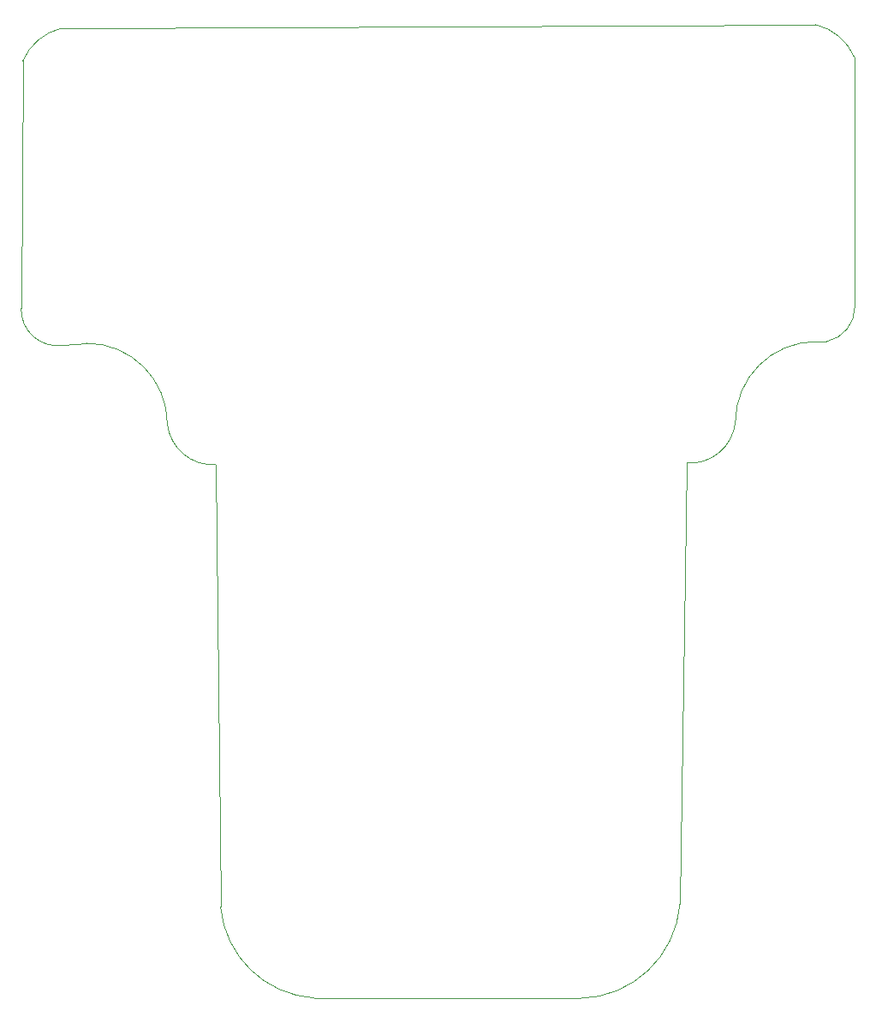
<source format=gbr>
%TF.GenerationSoftware,KiCad,Pcbnew,8.0.5*%
%TF.CreationDate,2025-02-15T20:25:57+11:00*%
%TF.ProjectId,hello_world,68656c6c-6f5f-4776-9f72-6c642e6b6963,1*%
%TF.SameCoordinates,Original*%
%TF.FileFunction,Profile,NP*%
%FSLAX46Y46*%
G04 Gerber Fmt 4.6, Leading zero omitted, Abs format (unit mm)*
G04 Created by KiCad (PCBNEW 8.0.5) date 2025-02-15 20:25:57*
%MOMM*%
%LPD*%
G01*
G04 APERTURE LIST*
%TA.AperFunction,Profile*%
%ADD10C,0.050000*%
%TD*%
G04 APERTURE END LIST*
D10*
X107042113Y-73259965D02*
X106883171Y-97717342D01*
X126144323Y-113174517D02*
G75*
G02*
X121343140Y-109156855I-301223J4517617D01*
G01*
X189282933Y-72904661D02*
X189324037Y-97492198D01*
X135879795Y-165923280D02*
X162139095Y-165960092D01*
X177500000Y-109000000D02*
G75*
G02*
X185500000Y-101000000I8000000J0D01*
G01*
X111000000Y-101372677D02*
X113343146Y-101156854D01*
X135879795Y-165923280D02*
G75*
G02*
X126598761Y-156906421I620205J9923280D01*
G01*
X172698823Y-113017663D02*
X172024240Y-156619237D01*
X186500000Y-100999999D02*
X185500000Y-101000000D01*
X113343146Y-101156854D02*
G75*
G02*
X121343146Y-109156854I-46J-8000046D01*
G01*
X107042114Y-73259965D02*
G75*
G02*
X110915451Y-70000029I5123186J-2156135D01*
G01*
X111000000Y-101372677D02*
G75*
G02*
X106883125Y-97717341I-512700J3568577D01*
G01*
X189324037Y-97492198D02*
G75*
G02*
X186499996Y-100999979I-3486337J-83902D01*
G01*
X113000000Y-70000000D02*
X110915444Y-70000000D01*
X126144323Y-113174517D02*
X126598760Y-156906421D01*
X177499999Y-109000000D02*
G75*
G02*
X172698823Y-113017663I-4499999J500000D01*
G01*
X172024240Y-156619237D02*
G75*
G02*
X162139095Y-165960088I-10089200J776097D01*
G01*
X185409602Y-69644696D02*
G75*
G02*
X189282932Y-72904661I-1249902J-5416104D01*
G01*
X185409602Y-69644696D02*
X113000000Y-70000000D01*
M02*

</source>
